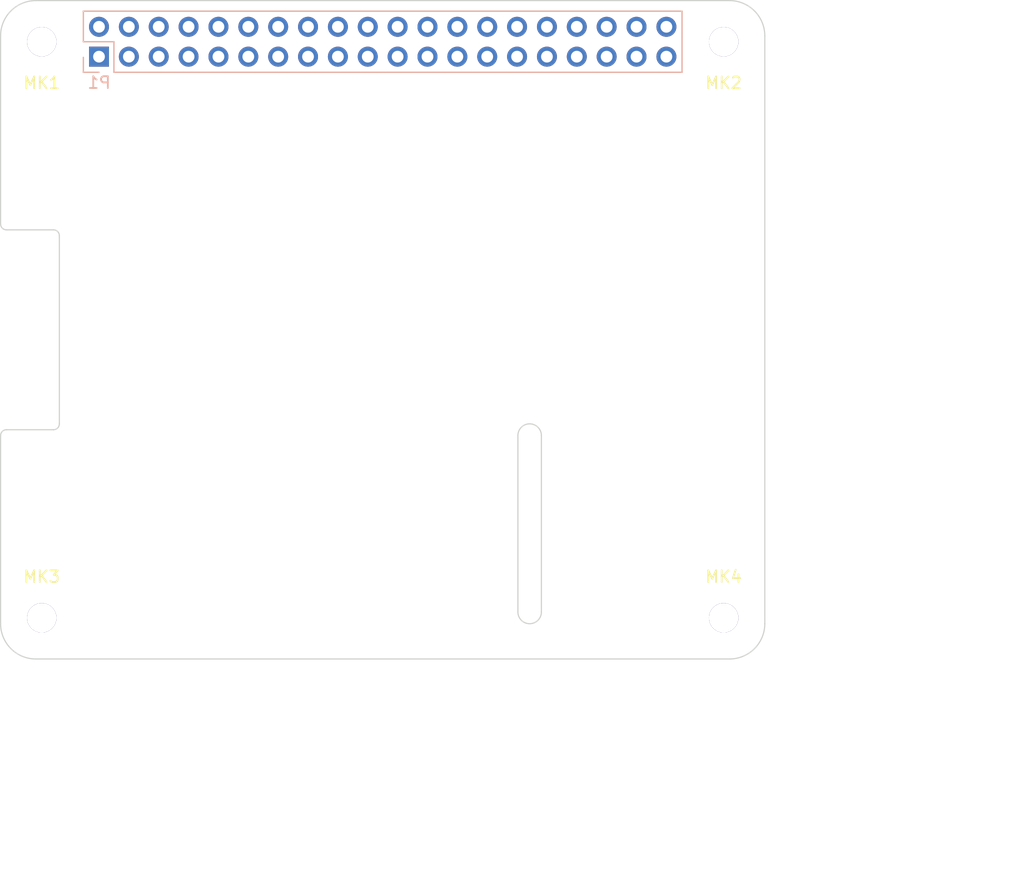
<source format=kicad_pcb>
(kicad_pcb (version 20221018) (generator pcbnew)
  (title_block (date "15 nov 2012"))
  (layers (0 "F.Cu" signal) (31 "B.Cu" signal) (34 "B.Paste" user) (35 "F.Paste" user) (36 "B.SilkS" user "B.Silkscreen") (37 "F.SilkS" user "F.Silkscreen") (38 "B.Mask" user) (39 "F.Mask" user) (44 "Edge.Cuts" user))
  (net 0 "")
  (net 1 "+3V3")
  (net 2 "+5V")
  (net 3 "GND")
  (net 4 "/ID_SD")
  (net 5 "/ID_SC")
  (net 6 "/GPIO5")
  (net 7 "/GPIO6")
  (net 8 "/GPIO26")
  (net 9 "/GPIO2(SDA1)")
  (net 10 "/GPIO3(SCL1)")
  (net 11 "/GPIO4(GCLK)")
  (net 12 "/GPIO14(TXD0)")
  (net 13 "/GPIO15(RXD0)")
  (net 14 "/GPIO17(GEN0)")
  (net 15 "/GPIO27(GEN2)")
  (net 16 "/GPIO22(GEN3)")
  (net 17 "/GPIO23(GEN4)")
  (net 18 "/GPIO24(GEN5)")
  (net 19 "/GPIO25(GEN6)")
  (net 20 "/GPIO18(GEN1)(PWM0)")
  (net 21 "/GPIO10(SPI0_MOSI)")
  (net 22 "/GPIO9(SPI0_MISO)")
  (net 23 "/GPIO11(SPI0_SCK)")
  (net 24 "/GPIO8(SPI0_CE_N)")
  (net 25 "/GPIO7(SPI1_CE_N)")
  (net 26 "/GPIO12(PWM0)")
  (net 27 "/GPIO13(PWM1)")
  (net 28 "/GPIO19(SPI1_MISO)")
  (net 29 "/GPIO16")
  (net 30 "/GPIO20(SPI1_MOSI)")
  (net 31 "/GPIO21(SPI1_SCK)")
  (footprint "Mounting_Holes:MountingHole_2-5mm" (layer "F.Cu") (at 203.5 97.5 180)
    (fp_text reference "MK1" (at 0 -3.50012 180) (layer "F.SilkS"))
    (fp_text value "M2.5")
    (pad "1" thru_hole circle (at 0 0 180) (size 2.5 2.5) (drill 2.5) (layers "*.Cu" "*.Mask") (clearance 1.35))
  )
  (footprint "Mounting_Holes:MountingHole_2-5mm" (layer "F.Cu") (at 261.5 97.5 180)
    (fp_text reference "MK2" (at 0 -3.50012 180) (layer "F.SilkS"))
    (fp_text value "M2.5")
    (pad "1" thru_hole circle (at 0 0 180) (size 2.5 2.5) (drill 2.5) (layers "*.Cu" "*.Mask") (clearance 1.35))
  )
  (footprint "Mounting_Holes:MountingHole_2-5mm" (layer "F.Cu") (at 203.5 146.5)
    (fp_text reference "MK3" (at 0 -3.50012) (layer "F.SilkS"))
    (fp_text value "M2.5")
    (pad "1" thru_hole circle (at 0 0) (size 2.5 2.5) (drill 2.5) (layers "*.Cu" "*.Mask") (clearance 1.35))
  )
  (footprint "Mounting_Holes:MountingHole_2-5mm" (layer "F.Cu") (at 261.5 146.5)
    (fp_text reference "MK4" (at 0 -3.50012) (layer "F.SilkS"))
    (fp_text value "M2.5")
    (pad "1" thru_hole circle (at 0 0) (size 2.5 2.5) (drill 2.5) (layers "*.Cu" "*.Mask") (clearance 1.35))
  )
  (footprint "Socket_Strips:Socket_Strip_Straight_2x20_Pitch2.54mm" (layer "B.Cu") (at 208.37 98.77 -90)
    (fp_text reference "P1" (at 2.208 -0.012 180) (layer "B.SilkS") (effects (justify mirror)))
    (fp_text value "Conn_02x20_Odd_Even")
    (fp_line (start -3.87 -49.59) (end -3.87 1.33) (stroke (width 0.12)) (layer "B.SilkS"))
    (fp_line (start -3.87 1.33) (end -1.27 1.33) (stroke (width 0.12)) (layer "B.SilkS"))
    (fp_line (start -1.27 -1.27) (end 1.33 -1.27) (stroke (width 0.12)) (layer "B.SilkS"))
    (fp_line (start -1.27 1.33) (end -1.27 -1.27) (stroke (width 0.12)) (layer "B.SilkS"))
    (fp_line (start 1.33 -49.59) (end -3.87 -49.59) (stroke (width 0.12)) (layer "B.SilkS"))
    (fp_line (start 1.33 -1.27) (end 1.33 -49.59) (stroke (width 0.12)) (layer "B.SilkS"))
    (fp_line (start 1.33 0) (end 1.33 1.33) (stroke (width 0.12)) (layer "B.SilkS"))
    (fp_line (start 1.33 1.33) (end 0.06 1.33) (stroke (width 0.12)) (layer "B.SilkS"))
    (pad "1" thru_hole rect (at 0 0 270) (size 1.7 1.7) (drill 1) (layers "*.Cu" "*.Mask") (net 1 "+3V3"))
    (pad "2" thru_hole oval (at -2.54 0 270) (size 1.7 1.7) (drill 1) (layers "*.Cu" "*.Mask") (net 2 "+5V"))
    (pad "3" thru_hole oval (at 0 -2.54 270) (size 1.7 1.7) (drill 1) (layers "*.Cu" "*.Mask") (net 9 "/GPIO2(SDA1)"))
    (pad "4" thru_hole oval (at -2.54 -2.54 270) (size 1.7 1.7) (drill 1) (layers "*.Cu" "*.Mask") (net 2 "+5V"))
    (pad "5" thru_hole oval (at 0 -5.08 270) (size 1.7 1.7) (drill 1) (layers "*.Cu" "*.Mask") (net 10 "/GPIO3(SCL1)"))
    (pad "6" thru_hole oval (at -2.54 -5.08 270) (size 1.7 1.7) (drill 1) (layers "*.Cu" "*.Mask") (net 3 "GND"))
    (pad "7" thru_hole oval (at 0 -7.62 270) (size 1.7 1.7) (drill 1) (layers "*.Cu" "*.Mask") (net 11 "/GPIO4(GCLK)"))
    (pad "8" thru_hole oval (at -2.54 -7.62 270) (size 1.7 1.7) (drill 1) (layers "*.Cu" "*.Mask") (net 12 "/GPIO14(TXD0)"))
    (pad "9" thru_hole oval (at 0 -10.16 270) (size 1.7 1.7) (drill 1) (layers "*.Cu" "*.Mask") (net 3 "GND"))
    (pad "10" thru_hole oval (at -2.54 -10.16 270) (size 1.7 1.7) (drill 1) (layers "*.Cu" "*.Mask") (net 13 "/GPIO15(RXD0)"))
    (pad "11" thru_hole oval (at 0 -12.7 270) (size 1.7 1.7) (drill 1) (layers "*.Cu" "*.Mask") (net 14 "/GPIO17(GEN0)"))
    (pad "12" thru_hole oval (at -2.54 -12.7 270) (size 1.7 1.7) (drill 1) (layers "*.Cu" "*.Mask") (net 20 "/GPIO18(GEN1)(PWM0)"))
    (pad "13" thru_hole oval (at 0 -15.24 270) (size 1.7 1.7) (drill 1) (layers "*.Cu" "*.Mask") (net 15 "/GPIO27(GEN2)"))
    (pad "14" thru_hole oval (at -2.54 -15.24 270) (size 1.7 1.7) (drill 1) (layers "*.Cu" "*.Mask") (net 3 "GND"))
    (pad "15" thru_hole oval (at 0 -17.78 270) (size 1.7 1.7) (drill 1) (layers "*.Cu" "*.Mask") (net 16 "/GPIO22(GEN3)"))
    (pad "16" thru_hole oval (at -2.54 -17.78 270) (size 1.7 1.7) (drill 1) (layers "*.Cu" "*.Mask") (net 17 "/GPIO23(GEN4)"))
    (pad "17" thru_hole oval (at 0 -20.32 270) (size 1.7 1.7) (drill 1) (layers "*.Cu" "*.Mask") (net 1 "+3V3"))
    (pad "18" thru_hole oval (at -2.54 -20.32 270) (size 1.7 1.7) (drill 1) (layers "*.Cu" "*.Mask") (net 18 "/GPIO24(GEN5)"))
    (pad "19" thru_hole oval (at 0 -22.86 270) (size 1.7 1.7) (drill 1) (layers "*.Cu" "*.Mask") (net 21 "/GPIO10(SPI0_MOSI)"))
    (pad "20" thru_hole oval (at -2.54 -22.86 270) (size 1.7 1.7) (drill 1) (layers "*.Cu" "*.Mask") (net 3 "GND"))
    (pad "21" thru_hole oval (at 0 -25.4 270) (size 1.7 1.7) (drill 1) (layers "*.Cu" "*.Mask") (net 22 "/GPIO9(SPI0_MISO)"))
    (pad "22" thru_hole oval (at -2.54 -25.4 270) (size 1.7 1.7) (drill 1) (layers "*.Cu" "*.Mask") (net 19 "/GPIO25(GEN6)"))
    (pad "23" thru_hole oval (at 0 -27.94 270) (size 1.7 1.7) (drill 1) (layers "*.Cu" "*.Mask") (net 23 "/GPIO11(SPI0_SCK)"))
    (pad "24" thru_hole oval (at -2.54 -27.94 270) (size 1.7 1.7) (drill 1) (layers "*.Cu" "*.Mask") (net 24 "/GPIO8(SPI0_CE_N)"))
    (pad "25" thru_hole oval (at 0 -30.48 270) (size 1.7 1.7) (drill 1) (layers "*.Cu" "*.Mask") (net 3 "GND"))
    (pad "26" thru_hole oval (at -2.54 -30.48 270) (size 1.7 1.7) (drill 1) (layers "*.Cu" "*.Mask") (net 25 "/GPIO7(SPI1_CE_N)"))
    (pad "27" thru_hole oval (at 0 -33.02 270) (size 1.7 1.7) (drill 1) (layers "*.Cu" "*.Mask") (net 4 "/ID_SD"))
    (pad "28" thru_hole oval (at -2.54 -33.02 270) (size 1.7 1.7) (drill 1) (layers "*.Cu" "*.Mask") (net 5 "/ID_SC"))
    (pad "29" thru_hole oval (at 0 -35.56 270) (size 1.7 1.7) (drill 1) (layers "*.Cu" "*.Mask") (net 6 "/GPIO5"))
    (pad "30" thru_hole oval (at -2.54 -35.56 270) (size 1.7 1.7) (drill 1) (layers "*.Cu" "*.Mask") (net 3 "GND"))
    (pad "31" thru_hole oval (at 0 -38.1 270) (size 1.7 1.7) (drill 1) (layers "*.Cu" "*.Mask") (net 7 "/GPIO6"))
    (pad "32" thru_hole oval (at -2.54 -38.1 270) (size 1.7 1.7) (drill 1) (layers "*.Cu" "*.Mask") (net 26 "/GPIO12(PWM0)"))
    (pad "33" thru_hole oval (at 0 -40.64 270) (size 1.7 1.7) (drill 1) (layers "*.Cu" "*.Mask") (net 27 "/GPIO13(PWM1)"))
    (pad "34" thru_hole oval (at -2.54 -40.64 270) (size 1.7 1.7) (drill 1) (layers "*.Cu" "*.Mask") (net 3 "GND"))
    (pad "35" thru_hole oval (at 0 -43.18 270) (size 1.7 1.7) (drill 1) (layers "*.Cu" "*.Mask") (net 28 "/GPIO19(SPI1_MISO)"))
    (pad "36" thru_hole oval (at -2.54 -43.18 270) (size 1.7 1.7) (drill 1) (layers "*.Cu" "*.Mask") (net 29 "/GPIO16"))
    (pad "37" thru_hole oval (at 0 -45.72 270) (size 1.7 1.7) (drill 1) (layers "*.Cu" "*.Mask") (net 8 "/GPIO26"))
    (pad "38" thru_hole oval (at -2.54 -45.72 270) (size 1.7 1.7) (drill 1) (layers "*.Cu" "*.Mask") (net 30 "/GPIO20(SPI1_MOSI)"))
    (pad "39" thru_hole oval (at 0 -48.26 270) (size 1.7 1.7) (drill 1) (layers "*.Cu" "*.Mask") (net 3 "GND"))
    (pad "40" thru_hole oval (at -2.54 -48.26 270) (size 1.7 1.7) (drill 1) (layers "*.Cu" "*.Mask") (net 31 "/GPIO21(SPI1_SCK)"))
  )
  (gr_arc (start 246 146) (mid 245 147) (end 244 146) (stroke (width 0.1)) (layer "Edge.Cuts"))
  (gr_arc (start 200 131) (mid 200.146138 130.646755) (end 200.499127 130.500001) (stroke (width 0.1)) (layer "Edge.Cuts"))
  (gr_line (start 203 150) (end 262 150) (stroke (width 0.1)) (layer "Edge.Cuts"))
  (gr_line (start 200 97) (end 200 113) (stroke (width 0.1)) (layer "Edge.Cuts"))
  (gr_arc (start 265 147) (mid 264.12132 149.12132) (end 262 150) (stroke (width 0.1)) (layer "Edge.Cuts"))
  (gr_arc (start 204.5 113.5) (mid 204.853553 113.646447) (end 205 114) (stroke (width 0.1)) (layer "Edge.Cuts"))
  (gr_arc (start 203 150) (mid 200.87868 149.12132) (end 200 147) (stroke (width 0.1)) (layer "Edge.Cuts"))
  (gr_line (start 265 147) (end 265 97) (stroke (width 0.1)) (layer "Edge.Cuts"))
  (gr_arc (start 244 131) (mid 245 130) (end 246 131) (stroke (width 0.1)) (layer "Edge.Cuts"))
  (gr_line (start 200.5 113.5) (end 204.5 113.5) (stroke (width 0.1)) (layer "Edge.Cuts"))
  (gr_line (start 244 146) (end 244 131) (stroke (width 0.1)) (layer "Edge.Cuts"))
  (gr_arc (start 200.5 113.5) (mid 200.146447 113.353553) (end 200 113) (stroke (width 0.1)) (layer "Edge.Cuts"))
  (gr_arc (start 262 94) (mid 264.12132 94.87868) (end 265 97) (stroke (width 0.1)) (layer "Edge.Cuts"))
  (gr_line (start 205 114) (end 205 130) (stroke (width 0.1)) (layer "Edge.Cuts"))
  (gr_arc (start 200 97) (mid 200.87868 94.87868) (end 203 94) (stroke (width 0.1)) (layer "Edge.Cuts"))
  (gr_line (start 204.5 130.5) (end 200.5 130.5) (stroke (width 0.1)) (layer "Edge.Cuts"))
  (gr_line (start 246 131) (end 246 146) (stroke (width 0.1)) (layer "Edge.Cuts"))
  (gr_arc (start 205 130) (mid 204.853553 130.353553) (end 204.5 130.5) (stroke (width 0.1)) (layer "Edge.Cuts"))
  (gr_line (start 262 94) (end 203 94) (stroke (width 0.1)) (layer "Edge.Cuts"))
  (gr_line (start 200 131) (end 200 147) (stroke (width 0.1)) (layer "Edge.Cuts"))
)
</source>
